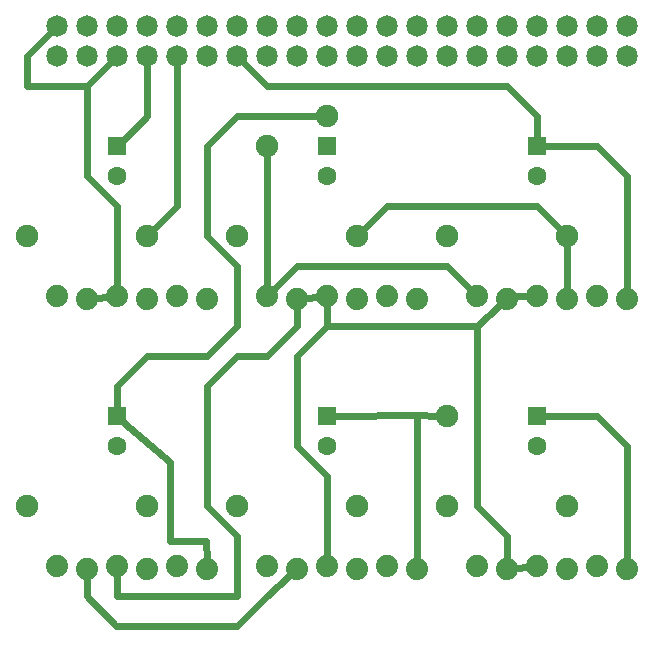
<source format=gtl>
G04 MADE WITH FRITZING*
G04 WWW.FRITZING.ORG*
G04 DOUBLE SIDED*
G04 HOLES PLATED*
G04 CONTOUR ON CENTER OF CONTOUR VECTOR*
%ASAXBY*%
%FSLAX23Y23*%
%MOIN*%
%OFA0B0*%
%SFA1.0B1.0*%
%ADD10C,0.075000*%
%ADD11C,0.062992*%
%ADD12C,0.071889*%
%ADD13C,0.071917*%
%ADD14C,0.074000*%
%ADD15C,0.075433*%
%ADD16R,0.062992X0.062992*%
%ADD17C,0.024000*%
%LNCOPPER1*%
G90*
G70*
G54D10*
X302Y1584D03*
X702Y1584D03*
G54D11*
X602Y1883D03*
X602Y1784D03*
G54D10*
X1002Y1584D03*
X1402Y1584D03*
G54D11*
X1302Y1883D03*
X1302Y1784D03*
G54D10*
X1702Y1584D03*
X2102Y1584D03*
G54D11*
X2002Y1883D03*
X2002Y1784D03*
G54D10*
X302Y684D03*
X702Y684D03*
G54D11*
X602Y983D03*
X602Y884D03*
G54D10*
X1002Y684D03*
X1402Y684D03*
G54D11*
X1302Y983D03*
X1302Y884D03*
G54D10*
X1702Y684D03*
X2102Y684D03*
G54D11*
X2002Y983D03*
X2002Y884D03*
G54D12*
X402Y2184D03*
X502Y2184D03*
X602Y2184D03*
X702Y2184D03*
G54D13*
X802Y2184D03*
G54D12*
X902Y2184D03*
X1002Y2184D03*
X1102Y2184D03*
X1202Y2184D03*
G54D13*
X1302Y2184D03*
G54D12*
X1402Y2184D03*
G54D13*
X1502Y2184D03*
G54D12*
X1602Y2184D03*
X1702Y2184D03*
X1802Y2184D03*
X1902Y2184D03*
G54D13*
X2002Y2184D03*
G54D12*
X2102Y2184D03*
X2202Y2184D03*
X2302Y2184D03*
X2302Y2284D03*
X2202Y2284D03*
X2102Y2284D03*
G54D13*
X2002Y2284D03*
G54D12*
X1902Y2284D03*
X1802Y2284D03*
X1702Y2284D03*
X1602Y2284D03*
G54D13*
X1502Y2284D03*
G54D12*
X1402Y2284D03*
G54D13*
X1302Y2284D03*
G54D12*
X1202Y2284D03*
X1102Y2284D03*
X1002Y2284D03*
X902Y2284D03*
G54D13*
X802Y2284D03*
G54D12*
X702Y2284D03*
X602Y2284D03*
X502Y2284D03*
X402Y2284D03*
G54D14*
X902Y1374D03*
X802Y1384D03*
X702Y1374D03*
X602Y1384D03*
X502Y1374D03*
X402Y1384D03*
X1602Y1374D03*
X1502Y1384D03*
X1402Y1374D03*
X1302Y1384D03*
X1202Y1374D03*
X1102Y1384D03*
X2302Y1374D03*
X2202Y1384D03*
X2102Y1374D03*
X2002Y1384D03*
X1902Y1374D03*
X1802Y1384D03*
X902Y474D03*
X802Y484D03*
X702Y474D03*
X602Y484D03*
X502Y474D03*
X402Y484D03*
X1602Y474D03*
X1502Y484D03*
X1402Y474D03*
X1302Y484D03*
X1202Y474D03*
X1102Y484D03*
X2302Y474D03*
X2202Y484D03*
X2102Y474D03*
X2002Y484D03*
X1902Y474D03*
X1802Y484D03*
G54D15*
X1702Y984D03*
X1102Y1884D03*
X1302Y1984D03*
G54D16*
X602Y1883D03*
X1302Y1883D03*
X2002Y1883D03*
X602Y983D03*
X1302Y983D03*
X2002Y983D03*
G54D17*
X2102Y1556D02*
X2102Y1405D01*
D02*
X2202Y1883D02*
X2302Y1783D01*
D02*
X2029Y1883D02*
X2202Y1883D01*
D02*
X2302Y1783D02*
X2302Y1405D01*
D02*
X2002Y1984D02*
X1902Y2084D01*
D02*
X1902Y2084D02*
X1102Y2084D01*
D02*
X1102Y2084D02*
X1026Y2161D01*
D02*
X2002Y1910D02*
X2002Y1984D01*
D02*
X1179Y453D02*
X1103Y385D01*
D02*
X600Y285D02*
X501Y385D01*
D02*
X1002Y284D02*
X600Y285D01*
D02*
X1103Y385D02*
X1002Y284D01*
D02*
X501Y385D02*
X502Y443D01*
D02*
X2303Y884D02*
X2203Y984D01*
D02*
X2203Y984D02*
X2029Y983D01*
D02*
X2302Y505D02*
X2303Y884D01*
D02*
X1902Y505D02*
X1902Y584D01*
D02*
X1802Y1284D02*
X1879Y1353D01*
D02*
X1302Y1353D02*
X1302Y1284D01*
D02*
X1302Y1284D02*
X1202Y1184D01*
D02*
X1202Y884D02*
X1302Y784D01*
D02*
X1202Y1184D02*
X1202Y884D01*
D02*
X1302Y784D02*
X1302Y515D01*
D02*
X1802Y1184D02*
X1802Y1284D01*
D02*
X1902Y584D02*
X1802Y684D01*
D02*
X1802Y684D02*
X1802Y1184D01*
D02*
X1271Y1381D02*
X1233Y1377D01*
D02*
X702Y2151D02*
X703Y1984D01*
D02*
X703Y1984D02*
X621Y1902D01*
D02*
X902Y505D02*
X900Y568D01*
X900Y568D02*
X780Y568D01*
X780Y568D02*
X780Y832D01*
X780Y832D02*
X623Y965D01*
D02*
X1002Y1984D02*
X902Y1884D01*
D02*
X1274Y1984D02*
X1002Y1984D01*
D02*
X902Y1884D02*
X902Y1584D01*
D02*
X1002Y1484D02*
X1002Y1285D01*
D02*
X902Y1584D02*
X1002Y1484D01*
D02*
X1002Y1285D02*
X903Y1185D01*
D02*
X704Y1185D02*
X601Y1085D01*
D02*
X903Y1185D02*
X704Y1185D01*
D02*
X601Y1085D02*
X602Y1010D01*
D02*
X1329Y983D02*
X1601Y986D01*
D02*
X1601Y986D02*
X1674Y985D01*
D02*
X1602Y505D02*
X1601Y986D01*
D02*
X1102Y1855D02*
X1102Y1415D01*
D02*
X1780Y1406D02*
X1702Y1484D01*
D02*
X1702Y1484D02*
X1202Y1484D01*
D02*
X1202Y1484D02*
X1103Y1385D01*
D02*
X1103Y1385D02*
X1127Y1403D01*
D02*
X603Y453D02*
X603Y385D01*
D02*
X603Y385D02*
X1002Y385D01*
D02*
X1002Y385D02*
X1002Y584D01*
D02*
X1002Y584D02*
X902Y684D01*
D02*
X902Y1084D02*
X1002Y1184D01*
D02*
X1103Y1184D02*
X1202Y1285D01*
D02*
X1002Y1184D02*
X1103Y1184D01*
D02*
X902Y684D02*
X902Y1084D01*
D02*
X1202Y1285D02*
X1202Y1343D01*
D02*
X1971Y1384D02*
X1932Y1384D01*
X1932Y1384D02*
X1932Y1384D01*
D02*
X533Y1377D02*
X571Y1381D01*
D02*
X579Y2161D02*
X502Y2084D01*
D02*
X502Y2084D02*
X502Y1785D01*
D02*
X502Y1785D02*
X603Y1684D01*
D02*
X603Y1684D02*
X602Y1415D01*
D02*
X379Y2261D02*
X302Y2185D01*
D02*
X302Y2185D02*
X302Y2084D01*
D02*
X302Y2084D02*
X502Y2084D01*
D02*
X502Y2084D02*
X579Y2161D01*
D02*
X2082Y1604D02*
X2003Y1684D01*
D02*
X2003Y1684D02*
X1802Y1684D01*
D02*
X1802Y1684D02*
X1503Y1684D01*
D02*
X1503Y1684D02*
X1423Y1604D01*
D02*
X802Y1684D02*
X802Y2151D01*
D02*
X723Y1604D02*
X802Y1684D01*
D02*
X1702Y1285D02*
X1302Y1285D01*
D02*
X1302Y1285D02*
X1302Y1353D01*
D02*
X1802Y1285D02*
X1702Y1285D01*
D02*
X1879Y1354D02*
X1802Y1285D01*
D02*
X1971Y481D02*
X1933Y477D01*
G04 End of Copper1*
M02*
</source>
